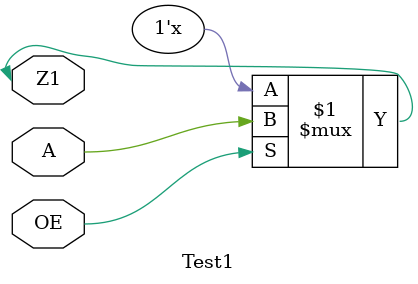
<source format=v>
module Test1(input OE, input A, inout Z1);
   assign Z1 = (OE) ? A : 1'bz;
endmodule
</source>
